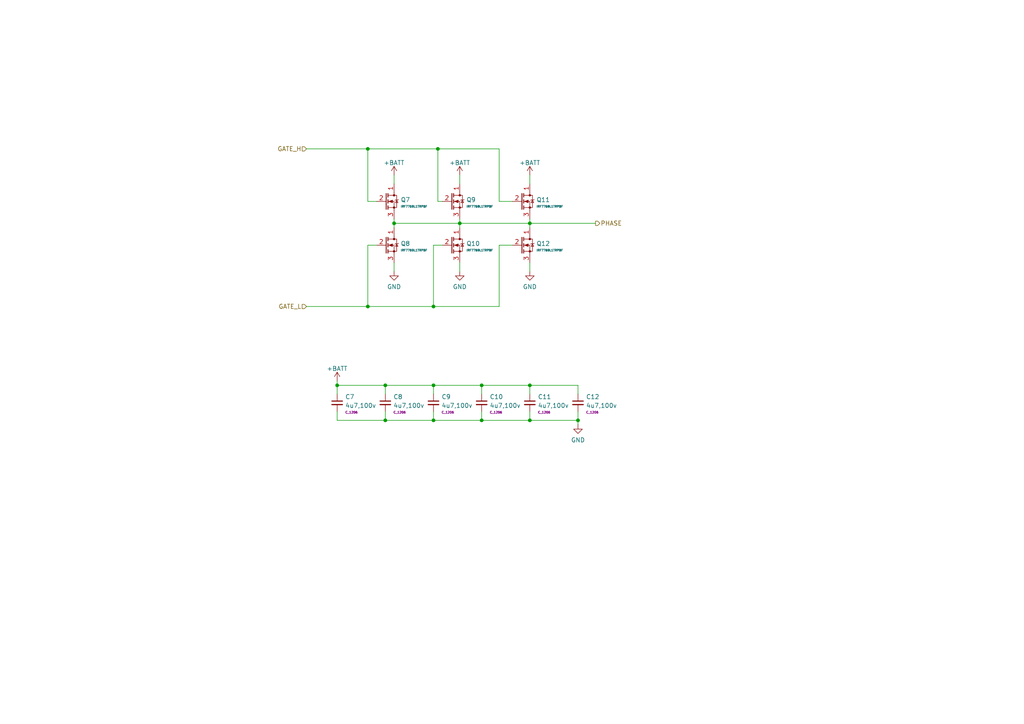
<source format=kicad_sch>
(kicad_sch (version 20211123) (generator eeschema)

  (uuid ec8d5ea5-8682-42d2-83af-16315d9f4ec8)

  (paper "A4")

  (lib_symbols
    (symbol "C_Capacitor:C_1206" (pin_numbers hide) (pin_names (offset 1.016)) (in_bom yes) (on_board yes)
      (property "Reference" "C" (id 0) (at 3.175 1.905 0)
        (effects (font (size 1.27 1.27)))
      )
      (property "Value" "C_1206" (id 1) (at 5.715 0 0)
        (effects (font (size 1.27 1.27)))
      )
      (property "Footprint" "C_Capacitor:C_1206" (id 2) (at -3.175 0 90)
        (effects (font (size 1.27 1.27)) hide)
      )
      (property "Datasheet" "" (id 3) (at 2.54 2.54 0)
        (effects (font (size 1.27 1.27)) hide)
      )
      (property "Size" "C_1206" (id 4) (at 4.445 -1.905 0)
        (effects (font (size 0.635 0.635)))
      )
      (symbol "C_1206_1_1"
        (polyline
          (pts
            (xy -1.524 -0.508)
            (xy 1.524 -0.508)
          )
          (stroke (width 0.3302) (type default) (color 0 0 0 0))
          (fill (type none))
        )
        (polyline
          (pts
            (xy -1.524 0.508)
            (xy 1.524 0.508)
          )
          (stroke (width 0.3048) (type default) (color 0 0 0 0))
          (fill (type none))
        )
        (pin passive line (at 0 2.54 270) (length 2.032)
          (name "~" (effects (font (size 1.27 1.27))))
          (number "1" (effects (font (size 1.27 1.27))))
        )
        (pin passive line (at 0 -2.54 90) (length 2.032)
          (name "~" (effects (font (size 1.27 1.27))))
          (number "2" (effects (font (size 1.27 1.27))))
        )
      )
    )
    (symbol "Q_MOSFET:IRF7769L1TRPBF" (pin_names (offset 0) hide) (in_bom yes) (on_board yes)
      (property "Reference" "Q" (id 0) (at 2.54 1.27 0)
        (effects (font (size 1.27 1.27)) (justify left))
      )
      (property "Value" "IRF7769L1TRPBF" (id 1) (at 2.54 -0.635 0)
        (effects (font (size 0.6096 0.6096)) (justify left))
      )
      (property "Footprint" "Q_MOSFET:IR_DirectFET_L8" (id 2) (at 1.27 -15.24 0)
        (effects (font (size 1.27 1.27)) hide)
      )
      (property "Datasheet" "https://www.onsemi.com/pdf/datasheet/fdn335n-d.pdf" (id 3) (at -1.27 -12.7 0)
        (effects (font (size 1.27 1.27)) hide)
      )
      (property "ki_keywords" "MOSFET N-CH 100V 375A DirectFET" (id 4) (at 0 0 0)
        (effects (font (size 1.27 1.27)) hide)
      )
      (property "ki_description" "N-MOSFET transistor" (id 5) (at 0 0 0)
        (effects (font (size 1.27 1.27)) hide)
      )
      (symbol "IRF7769L1TRPBF_0_1"
        (circle (center 0 -1.778) (radius 0.254)
          (stroke (width 0) (type default) (color 0 0 0 0))
          (fill (type outline))
        )
        (polyline
          (pts
            (xy -2.286 -2.286)
            (xy -2.286 2.286)
          )
          (stroke (width 0.254) (type default) (color 0 0 0 0))
          (fill (type none))
        )
        (polyline
          (pts
            (xy -1.778 -1.27)
            (xy -1.778 -2.286)
          )
          (stroke (width 0.254) (type default) (color 0 0 0 0))
          (fill (type none))
        )
        (polyline
          (pts
            (xy -1.778 0.508)
            (xy -1.778 -0.508)
          )
          (stroke (width 0.254) (type default) (color 0 0 0 0))
          (fill (type none))
        )
        (polyline
          (pts
            (xy -1.778 2.286)
            (xy -1.778 1.27)
          )
          (stroke (width 0.254) (type default) (color 0 0 0 0))
          (fill (type none))
        )
        (polyline
          (pts
            (xy 0 2.54)
            (xy 0 1.778)
          )
          (stroke (width 0) (type default) (color 0 0 0 0))
          (fill (type none))
        )
        (polyline
          (pts
            (xy 0 -2.54)
            (xy 0 0)
            (xy -1.778 0)
          )
          (stroke (width 0) (type default) (color 0 0 0 0))
          (fill (type none))
        )
        (polyline
          (pts
            (xy -1.778 1.778)
            (xy 0.762 1.778)
            (xy 0.762 -1.778)
            (xy -1.778 -1.778)
          )
          (stroke (width 0) (type default) (color 0 0 0 0))
          (fill (type none))
        )
        (polyline
          (pts
            (xy -1.4732 0)
            (xy -0.4572 -0.381)
            (xy -0.4572 0.381)
            (xy -1.4732 0)
          )
          (stroke (width 0) (type default) (color 0 0 0 0))
          (fill (type outline))
        )
        (polyline
          (pts
            (xy 0.254 0.3048)
            (xy 0.381 0.4318)
            (xy 1.143 0.4318)
            (xy 1.27 0.5588)
          )
          (stroke (width 0) (type default) (color 0 0 0 0))
          (fill (type none))
        )
        (polyline
          (pts
            (xy 0.762 0.3048)
            (xy 1.143 -0.3302)
            (xy 0.381 -0.3302)
            (xy 0.762 0.3048)
          )
          (stroke (width 0) (type default) (color 0 0 0 0))
          (fill (type none))
        )
        (circle (center 0 1.778) (radius 0.254)
          (stroke (width 0) (type default) (color 0 0 0 0))
          (fill (type outline))
        )
      )
      (symbol "IRF7769L1TRPBF_1_1"
        (pin passive line (at 0 5.08 270) (length 2.54)
          (name "D" (effects (font (size 1.27 1.27))))
          (number "1" (effects (font (size 1.27 1.27))))
        )
        (pin input line (at -5.08 0 0) (length 2.6924)
          (name "G" (effects (font (size 1.27 1.27))))
          (number "2" (effects (font (size 1.27 1.27))))
        )
        (pin passive line (at 0 -5.08 90) (length 2.54)
          (name "S" (effects (font (size 1.27 1.27))))
          (number "3" (effects (font (size 1.27 1.27))))
        )
      )
    )
    (symbol "power:+BATT" (power) (pin_names (offset 0)) (in_bom yes) (on_board yes)
      (property "Reference" "#PWR" (id 0) (at 0 -3.81 0)
        (effects (font (size 1.27 1.27)) hide)
      )
      (property "Value" "+BATT" (id 1) (at 0 3.556 0)
        (effects (font (size 1.27 1.27)))
      )
      (property "Footprint" "" (id 2) (at 0 0 0)
        (effects (font (size 1.27 1.27)) hide)
      )
      (property "Datasheet" "" (id 3) (at 0 0 0)
        (effects (font (size 1.27 1.27)) hide)
      )
      (property "ki_keywords" "power-flag battery" (id 4) (at 0 0 0)
        (effects (font (size 1.27 1.27)) hide)
      )
      (property "ki_description" "Power symbol creates a global label with name \"+BATT\"" (id 5) (at 0 0 0)
        (effects (font (size 1.27 1.27)) hide)
      )
      (symbol "+BATT_0_1"
        (polyline
          (pts
            (xy -0.762 1.27)
            (xy 0 2.54)
          )
          (stroke (width 0) (type default) (color 0 0 0 0))
          (fill (type none))
        )
        (polyline
          (pts
            (xy 0 0)
            (xy 0 2.54)
          )
          (stroke (width 0) (type default) (color 0 0 0 0))
          (fill (type none))
        )
        (polyline
          (pts
            (xy 0 2.54)
            (xy 0.762 1.27)
          )
          (stroke (width 0) (type default) (color 0 0 0 0))
          (fill (type none))
        )
      )
      (symbol "+BATT_1_1"
        (pin power_in line (at 0 0 90) (length 0) hide
          (name "+BATT" (effects (font (size 1.27 1.27))))
          (number "1" (effects (font (size 1.27 1.27))))
        )
      )
    )
    (symbol "power:GND" (power) (pin_names (offset 0)) (in_bom yes) (on_board yes)
      (property "Reference" "#PWR" (id 0) (at 0 -6.35 0)
        (effects (font (size 1.27 1.27)) hide)
      )
      (property "Value" "GND" (id 1) (at 0 -3.81 0)
        (effects (font (size 1.27 1.27)))
      )
      (property "Footprint" "" (id 2) (at 0 0 0)
        (effects (font (size 1.27 1.27)) hide)
      )
      (property "Datasheet" "" (id 3) (at 0 0 0)
        (effects (font (size 1.27 1.27)) hide)
      )
      (property "ki_keywords" "power-flag" (id 4) (at 0 0 0)
        (effects (font (size 1.27 1.27)) hide)
      )
      (property "ki_description" "Power symbol creates a global label with name \"GND\" , ground" (id 5) (at 0 0 0)
        (effects (font (size 1.27 1.27)) hide)
      )
      (symbol "GND_0_1"
        (polyline
          (pts
            (xy 0 0)
            (xy 0 -1.27)
            (xy 1.27 -1.27)
            (xy 0 -2.54)
            (xy -1.27 -1.27)
            (xy 0 -1.27)
          )
          (stroke (width 0) (type default) (color 0 0 0 0))
          (fill (type none))
        )
      )
      (symbol "GND_1_1"
        (pin power_in line (at 0 0 270) (length 0) hide
          (name "GND" (effects (font (size 1.27 1.27))))
          (number "1" (effects (font (size 1.27 1.27))))
        )
      )
    )
  )

  (junction (at 106.68 43.18) (diameter 0) (color 0 0 0 0)
    (uuid 23eebe67-a836-4b27-8b5a-7c6db7175d1f)
  )
  (junction (at 114.3 64.77) (diameter 0) (color 0 0 0 0)
    (uuid 3c6763b3-fc99-4984-bf76-98828d25cc88)
  )
  (junction (at 111.76 111.76) (diameter 0) (color 0 0 0 0)
    (uuid 40cadfc6-cb75-426b-b5b9-a44fb22adaac)
  )
  (junction (at 167.64 121.92) (diameter 0) (color 0 0 0 0)
    (uuid 431066ba-7a54-4452-b98a-dba524093c23)
  )
  (junction (at 106.68 88.9) (diameter 0) (color 0 0 0 0)
    (uuid 4342f9ad-e483-4f54-8971-33adc11c4d1d)
  )
  (junction (at 133.35 64.77) (diameter 0) (color 0 0 0 0)
    (uuid 5768c932-3821-4bf6-915f-c545cb740723)
  )
  (junction (at 125.73 88.9) (diameter 0) (color 0 0 0 0)
    (uuid 5f46a642-2b6c-423a-9efb-48a727a9e78d)
  )
  (junction (at 153.67 121.92) (diameter 0) (color 0 0 0 0)
    (uuid 6d1b6090-0ef7-48f5-a33a-bcde37f4fafb)
  )
  (junction (at 125.73 111.76) (diameter 0) (color 0 0 0 0)
    (uuid 7cdf50ec-085e-4560-9472-90ddf784e46c)
  )
  (junction (at 97.79 111.76) (diameter 0) (color 0 0 0 0)
    (uuid 8ff10e93-e7ab-49a6-aec1-64ecee65a68b)
  )
  (junction (at 153.67 111.76) (diameter 0) (color 0 0 0 0)
    (uuid a8c1f7ce-a445-47a3-8dca-f2f6a5d1c0f5)
  )
  (junction (at 125.73 121.92) (diameter 0) (color 0 0 0 0)
    (uuid acf0078f-10de-49e0-89c3-8f80fc448755)
  )
  (junction (at 127 43.18) (diameter 0) (color 0 0 0 0)
    (uuid b7ff6a32-d472-4ca7-81de-7175eb9c95f2)
  )
  (junction (at 111.76 121.92) (diameter 0) (color 0 0 0 0)
    (uuid dffb1360-e87b-4d03-93cf-7e329b07528c)
  )
  (junction (at 139.7 111.76) (diameter 0) (color 0 0 0 0)
    (uuid e6fc5181-8aa8-40bc-9b3d-dceaaabf195d)
  )
  (junction (at 153.67 64.77) (diameter 0) (color 0 0 0 0)
    (uuid ecf828eb-5ab6-4efe-946e-9f596028d6df)
  )
  (junction (at 139.7 121.92) (diameter 0) (color 0 0 0 0)
    (uuid f83e0ed1-16b7-4e54-b09c-ce44a99fd620)
  )

  (wire (pts (xy 128.27 71.12) (xy 125.73 71.12))
    (stroke (width 0) (type default) (color 0 0 0 0))
    (uuid 01b499c9-8996-4b2f-9d95-fc251ae43358)
  )
  (wire (pts (xy 153.67 76.2) (xy 153.67 78.74))
    (stroke (width 0) (type default) (color 0 0 0 0))
    (uuid 026acb41-a428-4eea-8965-8bed7ae20bfb)
  )
  (wire (pts (xy 114.3 50.8) (xy 114.3 53.34))
    (stroke (width 0) (type default) (color 0 0 0 0))
    (uuid 06ca456c-29ba-492a-83a9-eec021f2733e)
  )
  (wire (pts (xy 133.35 64.77) (xy 153.67 64.77))
    (stroke (width 0) (type default) (color 0 0 0 0))
    (uuid 0756d933-baff-42f1-843a-7f7c5c1c84df)
  )
  (wire (pts (xy 114.3 63.5) (xy 114.3 64.77))
    (stroke (width 0) (type default) (color 0 0 0 0))
    (uuid 0dbfbe8f-6123-4678-9eaf-c8a1e6870ed3)
  )
  (wire (pts (xy 97.79 111.76) (xy 97.79 114.3))
    (stroke (width 0) (type default) (color 0 0 0 0))
    (uuid 0f2b29e8-e2e2-414c-b765-1bb1a558295d)
  )
  (wire (pts (xy 139.7 121.92) (xy 153.67 121.92))
    (stroke (width 0) (type default) (color 0 0 0 0))
    (uuid 0f6e96d2-4c3e-4bf4-b6bf-a6cf796f00d7)
  )
  (wire (pts (xy 153.67 63.5) (xy 153.67 64.77))
    (stroke (width 0) (type default) (color 0 0 0 0))
    (uuid 1af55f71-a551-4c60-a365-5b7b53b495d5)
  )
  (wire (pts (xy 106.68 71.12) (xy 106.68 88.9))
    (stroke (width 0) (type default) (color 0 0 0 0))
    (uuid 1c6f1881-9bcf-4989-94ca-34b36cf9883a)
  )
  (wire (pts (xy 97.79 121.92) (xy 111.76 121.92))
    (stroke (width 0) (type default) (color 0 0 0 0))
    (uuid 1f1df862-0b71-4a23-86cb-36b5e950593f)
  )
  (wire (pts (xy 125.73 119.38) (xy 125.73 121.92))
    (stroke (width 0) (type default) (color 0 0 0 0))
    (uuid 20f20bce-dcb4-4a37-ab96-9e2df101456c)
  )
  (wire (pts (xy 139.7 111.76) (xy 139.7 114.3))
    (stroke (width 0) (type default) (color 0 0 0 0))
    (uuid 23cb1b43-062b-4ba2-944e-79c3a43f0b0f)
  )
  (wire (pts (xy 144.78 71.12) (xy 144.78 88.9))
    (stroke (width 0) (type default) (color 0 0 0 0))
    (uuid 26860a9b-776a-4aa5-8142-2bb8d97a1443)
  )
  (wire (pts (xy 125.73 111.76) (xy 125.73 114.3))
    (stroke (width 0) (type default) (color 0 0 0 0))
    (uuid 315b95af-3ad0-45c5-9d1f-a06dcc51fac7)
  )
  (wire (pts (xy 133.35 64.77) (xy 133.35 66.04))
    (stroke (width 0) (type default) (color 0 0 0 0))
    (uuid 3dd39b61-fe40-44ff-ba62-91e0cf367580)
  )
  (wire (pts (xy 125.73 111.76) (xy 139.7 111.76))
    (stroke (width 0) (type default) (color 0 0 0 0))
    (uuid 43d25d8d-9751-401d-8d85-0386e8856f64)
  )
  (wire (pts (xy 114.3 64.77) (xy 133.35 64.77))
    (stroke (width 0) (type default) (color 0 0 0 0))
    (uuid 4fdcd552-0492-4ea4-88fb-a416bb0006fc)
  )
  (wire (pts (xy 167.64 119.38) (xy 167.64 121.92))
    (stroke (width 0) (type default) (color 0 0 0 0))
    (uuid 53c42a31-eae0-435e-ba63-09acb41d5248)
  )
  (wire (pts (xy 127 43.18) (xy 144.78 43.18))
    (stroke (width 0) (type default) (color 0 0 0 0))
    (uuid 5488f6aa-187e-42ef-9bd4-e6a3eb98ab7f)
  )
  (wire (pts (xy 106.68 88.9) (xy 125.73 88.9))
    (stroke (width 0) (type default) (color 0 0 0 0))
    (uuid 5f460254-33bc-4a40-b99c-17ccbf2a6f2e)
  )
  (wire (pts (xy 109.22 71.12) (xy 106.68 71.12))
    (stroke (width 0) (type default) (color 0 0 0 0))
    (uuid 642a4c94-c071-4912-847c-0800b315385b)
  )
  (wire (pts (xy 106.68 43.18) (xy 127 43.18))
    (stroke (width 0) (type default) (color 0 0 0 0))
    (uuid 6716b8aa-acbb-4cac-bf36-33a891e223ae)
  )
  (wire (pts (xy 114.3 64.77) (xy 114.3 66.04))
    (stroke (width 0) (type default) (color 0 0 0 0))
    (uuid 6eaf5c57-a80a-4afe-a688-b6b18db0a15a)
  )
  (wire (pts (xy 111.76 119.38) (xy 111.76 121.92))
    (stroke (width 0) (type default) (color 0 0 0 0))
    (uuid 705cf43f-d7ee-4af4-bf36-66879e5f4c91)
  )
  (wire (pts (xy 167.64 114.3) (xy 167.64 111.76))
    (stroke (width 0) (type default) (color 0 0 0 0))
    (uuid 70ba84b1-da0d-4170-961b-1911ab91340c)
  )
  (wire (pts (xy 148.59 58.42) (xy 144.78 58.42))
    (stroke (width 0) (type default) (color 0 0 0 0))
    (uuid 7787a9d8-606f-4232-9ec9-ddc48b304da7)
  )
  (wire (pts (xy 114.3 76.2) (xy 114.3 78.74))
    (stroke (width 0) (type default) (color 0 0 0 0))
    (uuid 7b3125f6-9ec3-45b0-bf96-a0d6f52b7ce4)
  )
  (wire (pts (xy 111.76 111.76) (xy 125.73 111.76))
    (stroke (width 0) (type default) (color 0 0 0 0))
    (uuid 7dac17fb-7a34-49bf-b9db-31ca45e173b5)
  )
  (wire (pts (xy 109.22 58.42) (xy 106.68 58.42))
    (stroke (width 0) (type default) (color 0 0 0 0))
    (uuid 7f6e2425-9893-4cd0-ab58-659e3512df11)
  )
  (wire (pts (xy 153.67 64.77) (xy 153.67 66.04))
    (stroke (width 0) (type default) (color 0 0 0 0))
    (uuid 85596124-b456-4767-8fc7-6dc71ae19b7f)
  )
  (wire (pts (xy 153.67 119.38) (xy 153.67 121.92))
    (stroke (width 0) (type default) (color 0 0 0 0))
    (uuid 85b4d1ec-ecb2-4be5-b1d4-efa05f196bd9)
  )
  (wire (pts (xy 106.68 43.18) (xy 106.68 58.42))
    (stroke (width 0) (type default) (color 0 0 0 0))
    (uuid 892a813e-07e1-406e-a434-b58e9b36a504)
  )
  (wire (pts (xy 153.67 121.92) (xy 167.64 121.92))
    (stroke (width 0) (type default) (color 0 0 0 0))
    (uuid 8f038542-9460-4b50-8498-edf9a895f207)
  )
  (wire (pts (xy 139.7 111.76) (xy 153.67 111.76))
    (stroke (width 0) (type default) (color 0 0 0 0))
    (uuid 913f9a0a-d032-4cf4-8af5-a2e3dc795a22)
  )
  (wire (pts (xy 153.67 64.77) (xy 172.72 64.77))
    (stroke (width 0) (type default) (color 0 0 0 0))
    (uuid 94ea8d19-de9d-4b81-a91e-d9d983208cfc)
  )
  (wire (pts (xy 125.73 71.12) (xy 125.73 88.9))
    (stroke (width 0) (type default) (color 0 0 0 0))
    (uuid 99a9cc64-d128-4181-8723-d995f8e332dc)
  )
  (wire (pts (xy 167.64 121.92) (xy 167.64 123.19))
    (stroke (width 0) (type default) (color 0 0 0 0))
    (uuid 99c488b4-2e6f-4763-9b2d-c3cb741dc16a)
  )
  (wire (pts (xy 128.27 58.42) (xy 127 58.42))
    (stroke (width 0) (type default) (color 0 0 0 0))
    (uuid a2263151-4cbc-4327-a15e-779618fc10a2)
  )
  (wire (pts (xy 133.35 50.8) (xy 133.35 53.34))
    (stroke (width 0) (type default) (color 0 0 0 0))
    (uuid a44ef003-1217-4b90-adfe-da2f5a5b3f0d)
  )
  (wire (pts (xy 127 43.18) (xy 127 58.42))
    (stroke (width 0) (type default) (color 0 0 0 0))
    (uuid ae171014-8a61-44cb-948e-a74a269a8aaf)
  )
  (wire (pts (xy 133.35 76.2) (xy 133.35 78.74))
    (stroke (width 0) (type default) (color 0 0 0 0))
    (uuid b2d857f8-238b-40d0-bf99-2c34409b21bd)
  )
  (wire (pts (xy 111.76 121.92) (xy 125.73 121.92))
    (stroke (width 0) (type default) (color 0 0 0 0))
    (uuid b593414d-f3bf-4d37-84cf-dd7763c0e286)
  )
  (wire (pts (xy 153.67 50.8) (xy 153.67 53.34))
    (stroke (width 0) (type default) (color 0 0 0 0))
    (uuid ba6f175d-239a-4f84-9978-602d24c7a104)
  )
  (wire (pts (xy 125.73 88.9) (xy 144.78 88.9))
    (stroke (width 0) (type default) (color 0 0 0 0))
    (uuid bfb7ca9f-a75d-4e11-aecb-0eed5c158ac3)
  )
  (wire (pts (xy 88.9 43.18) (xy 106.68 43.18))
    (stroke (width 0) (type default) (color 0 0 0 0))
    (uuid c2cb0082-dcca-4a8e-9d65-eee919c6b60d)
  )
  (wire (pts (xy 148.59 71.12) (xy 144.78 71.12))
    (stroke (width 0) (type default) (color 0 0 0 0))
    (uuid c58faae7-5f9d-46dc-98e2-3ef3acd3a820)
  )
  (wire (pts (xy 88.9 88.9) (xy 106.68 88.9))
    (stroke (width 0) (type default) (color 0 0 0 0))
    (uuid c7102692-305b-43d0-9d55-261d16f30e2b)
  )
  (wire (pts (xy 144.78 43.18) (xy 144.78 58.42))
    (stroke (width 0) (type default) (color 0 0 0 0))
    (uuid cead3a40-623e-4166-84e5-abb889da5473)
  )
  (wire (pts (xy 97.79 110.49) (xy 97.79 111.76))
    (stroke (width 0) (type default) (color 0 0 0 0))
    (uuid d0a9710a-0659-4ce8-8746-99a347bef9e5)
  )
  (wire (pts (xy 153.67 111.76) (xy 167.64 111.76))
    (stroke (width 0) (type default) (color 0 0 0 0))
    (uuid d331878a-ef07-4fc0-ba4a-d125b816f69b)
  )
  (wire (pts (xy 111.76 111.76) (xy 111.76 114.3))
    (stroke (width 0) (type default) (color 0 0 0 0))
    (uuid d50a3d45-c76b-46c9-86a9-7ee2bc8430c2)
  )
  (wire (pts (xy 133.35 63.5) (xy 133.35 64.77))
    (stroke (width 0) (type default) (color 0 0 0 0))
    (uuid daae7faa-448f-4947-be03-50441d63c3db)
  )
  (wire (pts (xy 97.79 111.76) (xy 111.76 111.76))
    (stroke (width 0) (type default) (color 0 0 0 0))
    (uuid e1a3cf9b-7909-41f1-b893-0b4ae93f47a6)
  )
  (wire (pts (xy 125.73 121.92) (xy 139.7 121.92))
    (stroke (width 0) (type default) (color 0 0 0 0))
    (uuid e802c455-0e38-494f-9ec7-5bcbcaa64ba2)
  )
  (wire (pts (xy 97.79 119.38) (xy 97.79 121.92))
    (stroke (width 0) (type default) (color 0 0 0 0))
    (uuid f36c5f97-ff07-4117-ac11-b72ee900a2d5)
  )
  (wire (pts (xy 139.7 119.38) (xy 139.7 121.92))
    (stroke (width 0) (type default) (color 0 0 0 0))
    (uuid f65f1cc9-42ea-4dc4-802c-3641b0250367)
  )
  (wire (pts (xy 153.67 111.76) (xy 153.67 114.3))
    (stroke (width 0) (type default) (color 0 0 0 0))
    (uuid f709f8e5-aa35-40cb-85ed-808bcef440a6)
  )

  (hierarchical_label "PHASE" (shape output) (at 172.72 64.77 0)
    (effects (font (size 1.27 1.27)) (justify left))
    (uuid 36c81426-356c-4f28-a67a-8e40877abd1d)
  )
  (hierarchical_label "GATE_H" (shape input) (at 88.9 43.18 180)
    (effects (font (size 1.27 1.27)) (justify right))
    (uuid 8dfca4aa-7a1b-44f7-9a47-9e1e7c7c1b99)
  )
  (hierarchical_label "GATE_L" (shape input) (at 88.9 88.9 180)
    (effects (font (size 1.27 1.27)) (justify right))
    (uuid f28cdccb-413d-4ff1-ba76-6efddb15b8b8)
  )

  (symbol (lib_id "Q_MOSFET:IRF7769L1TRPBF") (at 153.67 58.42 0) (unit 1)
    (in_bom yes) (on_board yes) (fields_autoplaced)
    (uuid 02d81864-0ecf-42b0-825e-dc571482311a)
    (property "Reference" "Q11" (id 0) (at 155.575 57.9533 0)
      (effects (font (size 1.27 1.27)) (justify left))
    )
    (property "Value" "IRF7769L1TRPBF" (id 1) (at 155.575 59.8967 0)
      (effects (font (size 0.6096 0.6096)) (justify left))
    )
    (property "Footprint" "Q_MOSFET:IR_DirectFET_L8" (id 2) (at 154.94 73.66 0)
      (effects (font (size 1.27 1.27)) hide)
    )
    (property "Datasheet" "https://www.onsemi.com/pdf/datasheet/fdn335n-d.pdf" (id 3) (at 152.4 71.12 0)
      (effects (font (size 1.27 1.27)) hide)
    )
    (pin "1" (uuid 2058ed8b-4ad1-4abb-b942-7193130e4b07))
    (pin "2" (uuid 8a6d0193-7875-4fda-8125-09ffa5c1ade9))
    (pin "3" (uuid e5afac08-0538-4e57-a2ba-9fd7bfb7bfab))
  )

  (symbol (lib_id "C_Capacitor:C_1206") (at 111.76 116.84 0) (unit 1)
    (in_bom yes) (on_board yes) (fields_autoplaced)
    (uuid 04318117-410c-4c28-bac2-488a5a5794a9)
    (property "Reference" "C8" (id 0) (at 114.0841 115.097 0)
      (effects (font (size 1.27 1.27)) (justify left))
    )
    (property "Value" "4u7,100v" (id 1) (at 114.0841 117.6339 0)
      (effects (font (size 1.27 1.27)) (justify left))
    )
    (property "Footprint" "C_Capacitor:C_1206" (id 2) (at 108.585 116.84 90)
      (effects (font (size 1.27 1.27)) hide)
    )
    (property "Datasheet" "" (id 3) (at 114.3 114.3 0)
      (effects (font (size 1.27 1.27)) hide)
    )
    (property "Size" "C_1206" (id 4) (at 114.0841 119.6002 0)
      (effects (font (size 0.635 0.635)) (justify left))
    )
    (pin "1" (uuid e001d7e8-d3dd-4d93-97f8-5e199559556e))
    (pin "2" (uuid 6e44343b-4911-43c0-8a3d-cc8bdc20cefb))
  )

  (symbol (lib_id "C_Capacitor:C_1206") (at 167.64 116.84 0) (unit 1)
    (in_bom yes) (on_board yes) (fields_autoplaced)
    (uuid 0940d0bf-f005-4bd6-9a0e-5a1da6881bcc)
    (property "Reference" "C12" (id 0) (at 169.9641 115.097 0)
      (effects (font (size 1.27 1.27)) (justify left))
    )
    (property "Value" "4u7,100v" (id 1) (at 169.9641 117.6339 0)
      (effects (font (size 1.27 1.27)) (justify left))
    )
    (property "Footprint" "C_Capacitor:C_1206" (id 2) (at 164.465 116.84 90)
      (effects (font (size 1.27 1.27)) hide)
    )
    (property "Datasheet" "" (id 3) (at 170.18 114.3 0)
      (effects (font (size 1.27 1.27)) hide)
    )
    (property "Size" "C_1206" (id 4) (at 169.9641 119.6002 0)
      (effects (font (size 0.635 0.635)) (justify left))
    )
    (pin "1" (uuid 43ed0098-fe3c-4535-a53f-32bc3c0f79ce))
    (pin "2" (uuid 24eee056-548c-47ee-9957-8f936042e3e1))
  )

  (symbol (lib_id "C_Capacitor:C_1206") (at 153.67 116.84 0) (unit 1)
    (in_bom yes) (on_board yes) (fields_autoplaced)
    (uuid 1a3aa072-97fc-4f5f-b2f4-a579e5b1a7ce)
    (property "Reference" "C11" (id 0) (at 155.9941 115.097 0)
      (effects (font (size 1.27 1.27)) (justify left))
    )
    (property "Value" "4u7,100v" (id 1) (at 155.9941 117.6339 0)
      (effects (font (size 1.27 1.27)) (justify left))
    )
    (property "Footprint" "C_Capacitor:C_1206" (id 2) (at 150.495 116.84 90)
      (effects (font (size 1.27 1.27)) hide)
    )
    (property "Datasheet" "" (id 3) (at 156.21 114.3 0)
      (effects (font (size 1.27 1.27)) hide)
    )
    (property "Size" "C_1206" (id 4) (at 155.9941 119.6002 0)
      (effects (font (size 0.635 0.635)) (justify left))
    )
    (pin "1" (uuid a1f7457b-33e2-40d1-85a0-b44960ce9884))
    (pin "2" (uuid 4b55a0eb-a51a-4284-a9b4-a8c5b93eda35))
  )

  (symbol (lib_id "Q_MOSFET:IRF7769L1TRPBF") (at 133.35 71.12 0) (unit 1)
    (in_bom yes) (on_board yes) (fields_autoplaced)
    (uuid 28f98eb0-9ddc-4793-aaca-bf9bf7a7f28a)
    (property "Reference" "Q10" (id 0) (at 135.255 70.6533 0)
      (effects (font (size 1.27 1.27)) (justify left))
    )
    (property "Value" "IRF7769L1TRPBF" (id 1) (at 135.255 72.5967 0)
      (effects (font (size 0.6096 0.6096)) (justify left))
    )
    (property "Footprint" "Q_MOSFET:IR_DirectFET_L8" (id 2) (at 134.62 86.36 0)
      (effects (font (size 1.27 1.27)) hide)
    )
    (property "Datasheet" "https://www.onsemi.com/pdf/datasheet/fdn335n-d.pdf" (id 3) (at 132.08 83.82 0)
      (effects (font (size 1.27 1.27)) hide)
    )
    (pin "1" (uuid 9c8a2230-153f-4b8f-b3fd-d4bf5b7bef0f))
    (pin "2" (uuid 9fede111-ff27-4ae0-ac4b-051d991cd6e1))
    (pin "3" (uuid f8269c79-e69a-4bbe-b21d-81dfa527f6d6))
  )

  (symbol (lib_id "power:GND") (at 167.64 123.19 0) (unit 1)
    (in_bom yes) (on_board yes) (fields_autoplaced)
    (uuid 377e2128-00fe-4d99-a7a3-d2db17d9c797)
    (property "Reference" "#PWR027" (id 0) (at 167.64 129.54 0)
      (effects (font (size 1.27 1.27)) hide)
    )
    (property "Value" "GND" (id 1) (at 167.64 127.6334 0))
    (property "Footprint" "" (id 2) (at 167.64 123.19 0)
      (effects (font (size 1.27 1.27)) hide)
    )
    (property "Datasheet" "" (id 3) (at 167.64 123.19 0)
      (effects (font (size 1.27 1.27)) hide)
    )
    (pin "1" (uuid 8e4fad8b-1819-45bc-9fd1-59a16a28cbe8))
  )

  (symbol (lib_id "Q_MOSFET:IRF7769L1TRPBF") (at 114.3 58.42 0) (unit 1)
    (in_bom yes) (on_board yes) (fields_autoplaced)
    (uuid 49f7de4b-9c2c-456c-b3f9-748cf3ce6f34)
    (property "Reference" "Q7" (id 0) (at 116.205 57.9533 0)
      (effects (font (size 1.27 1.27)) (justify left))
    )
    (property "Value" "IRF7769L1TRPBF" (id 1) (at 116.205 59.8967 0)
      (effects (font (size 0.6096 0.6096)) (justify left))
    )
    (property "Footprint" "Q_MOSFET:IR_DirectFET_L8" (id 2) (at 115.57 73.66 0)
      (effects (font (size 1.27 1.27)) hide)
    )
    (property "Datasheet" "https://www.onsemi.com/pdf/datasheet/fdn335n-d.pdf" (id 3) (at 113.03 71.12 0)
      (effects (font (size 1.27 1.27)) hide)
    )
    (pin "1" (uuid 19e491ac-409d-4256-a325-879c5726a923))
    (pin "2" (uuid f5526e79-eea4-4471-8652-ed115a1263ea))
    (pin "3" (uuid 5bdb3f31-cdb1-4c4c-8305-b59d35700dbe))
  )

  (symbol (lib_id "power:GND") (at 153.67 78.74 0) (unit 1)
    (in_bom yes) (on_board yes) (fields_autoplaced)
    (uuid 5d8c88c3-5399-4822-bce3-e429a0d26ea2)
    (property "Reference" "#PWR017" (id 0) (at 153.67 85.09 0)
      (effects (font (size 1.27 1.27)) hide)
    )
    (property "Value" "GND" (id 1) (at 153.67 83.1834 0))
    (property "Footprint" "" (id 2) (at 153.67 78.74 0)
      (effects (font (size 1.27 1.27)) hide)
    )
    (property "Datasheet" "" (id 3) (at 153.67 78.74 0)
      (effects (font (size 1.27 1.27)) hide)
    )
    (pin "1" (uuid 5fbe74aa-f4aa-4959-a452-ca95616a5104))
  )

  (symbol (lib_id "power:+BATT") (at 153.67 50.8 0) (unit 1)
    (in_bom yes) (on_board yes) (fields_autoplaced)
    (uuid 7d88766e-37ff-4f72-8a83-2e9dfd2562f5)
    (property "Reference" "#PWR016" (id 0) (at 153.67 54.61 0)
      (effects (font (size 1.27 1.27)) hide)
    )
    (property "Value" "+BATT" (id 1) (at 153.67 47.2242 0))
    (property "Footprint" "" (id 2) (at 153.67 50.8 0)
      (effects (font (size 1.27 1.27)) hide)
    )
    (property "Datasheet" "" (id 3) (at 153.67 50.8 0)
      (effects (font (size 1.27 1.27)) hide)
    )
    (pin "1" (uuid 61416f6c-4927-4c96-b8ea-37657d4d994a))
  )

  (symbol (lib_id "Q_MOSFET:IRF7769L1TRPBF") (at 133.35 58.42 0) (unit 1)
    (in_bom yes) (on_board yes) (fields_autoplaced)
    (uuid 8df62ca4-d03d-4d4e-ad86-762a4b67ae33)
    (property "Reference" "Q9" (id 0) (at 135.255 57.9533 0)
      (effects (font (size 1.27 1.27)) (justify left))
    )
    (property "Value" "IRF7769L1TRPBF" (id 1) (at 135.255 59.8967 0)
      (effects (font (size 0.6096 0.6096)) (justify left))
    )
    (property "Footprint" "Q_MOSFET:IR_DirectFET_L8" (id 2) (at 134.62 73.66 0)
      (effects (font (size 1.27 1.27)) hide)
    )
    (property "Datasheet" "https://www.onsemi.com/pdf/datasheet/fdn335n-d.pdf" (id 3) (at 132.08 71.12 0)
      (effects (font (size 1.27 1.27)) hide)
    )
    (pin "1" (uuid 6242f368-c569-4d28-86df-46661233077e))
    (pin "2" (uuid c441c442-f1ce-482d-81e5-20dfe4e4bed4))
    (pin "3" (uuid 3ba61eeb-2d8b-461b-a06f-5cd0ef2f8d2b))
  )

  (symbol (lib_id "power:GND") (at 133.35 78.74 0) (unit 1)
    (in_bom yes) (on_board yes) (fields_autoplaced)
    (uuid a1f536ef-54d8-4f1c-98b6-0938eb13d5eb)
    (property "Reference" "#PWR015" (id 0) (at 133.35 85.09 0)
      (effects (font (size 1.27 1.27)) hide)
    )
    (property "Value" "GND" (id 1) (at 133.35 83.1834 0))
    (property "Footprint" "" (id 2) (at 133.35 78.74 0)
      (effects (font (size 1.27 1.27)) hide)
    )
    (property "Datasheet" "" (id 3) (at 133.35 78.74 0)
      (effects (font (size 1.27 1.27)) hide)
    )
    (pin "1" (uuid d445bba0-91c2-4b87-b5e6-b773fa9cd658))
  )

  (symbol (lib_id "C_Capacitor:C_1206") (at 125.73 116.84 0) (unit 1)
    (in_bom yes) (on_board yes) (fields_autoplaced)
    (uuid a2714f42-ed89-4721-bb74-fa82de1e209e)
    (property "Reference" "C9" (id 0) (at 128.0541 115.097 0)
      (effects (font (size 1.27 1.27)) (justify left))
    )
    (property "Value" "4u7,100v" (id 1) (at 128.0541 117.6339 0)
      (effects (font (size 1.27 1.27)) (justify left))
    )
    (property "Footprint" "C_Capacitor:C_1206" (id 2) (at 122.555 116.84 90)
      (effects (font (size 1.27 1.27)) hide)
    )
    (property "Datasheet" "" (id 3) (at 128.27 114.3 0)
      (effects (font (size 1.27 1.27)) hide)
    )
    (property "Size" "C_1206" (id 4) (at 128.0541 119.6002 0)
      (effects (font (size 0.635 0.635)) (justify left))
    )
    (pin "1" (uuid c75f5ebe-909b-41fc-bdac-6e5494ba5e91))
    (pin "2" (uuid 50c25d7c-42e6-46cb-9711-5f037b538e12))
  )

  (symbol (lib_id "C_Capacitor:C_1206") (at 139.7 116.84 0) (unit 1)
    (in_bom yes) (on_board yes) (fields_autoplaced)
    (uuid b4271db8-d2ec-4433-b47e-1cf7b0209bee)
    (property "Reference" "C10" (id 0) (at 142.0241 115.097 0)
      (effects (font (size 1.27 1.27)) (justify left))
    )
    (property "Value" "4u7,100v" (id 1) (at 142.0241 117.6339 0)
      (effects (font (size 1.27 1.27)) (justify left))
    )
    (property "Footprint" "C_Capacitor:C_1206" (id 2) (at 136.525 116.84 90)
      (effects (font (size 1.27 1.27)) hide)
    )
    (property "Datasheet" "" (id 3) (at 142.24 114.3 0)
      (effects (font (size 1.27 1.27)) hide)
    )
    (property "Size" "C_1206" (id 4) (at 142.0241 119.6002 0)
      (effects (font (size 0.635 0.635)) (justify left))
    )
    (pin "1" (uuid ff8ed641-4e39-46c7-a5d2-32092fa4b807))
    (pin "2" (uuid 2a5345bc-487c-4602-9431-845822cd794c))
  )

  (symbol (lib_id "power:+BATT") (at 133.35 50.8 0) (unit 1)
    (in_bom yes) (on_board yes) (fields_autoplaced)
    (uuid b4cdd701-3c0c-4f63-bda0-e069d49f1307)
    (property "Reference" "#PWR014" (id 0) (at 133.35 54.61 0)
      (effects (font (size 1.27 1.27)) hide)
    )
    (property "Value" "+BATT" (id 1) (at 133.35 47.2242 0))
    (property "Footprint" "" (id 2) (at 133.35 50.8 0)
      (effects (font (size 1.27 1.27)) hide)
    )
    (property "Datasheet" "" (id 3) (at 133.35 50.8 0)
      (effects (font (size 1.27 1.27)) hide)
    )
    (pin "1" (uuid aaa7b3ab-cd4b-4688-a40a-044988ed50d3))
  )

  (symbol (lib_id "power:+BATT") (at 97.79 110.49 0) (unit 1)
    (in_bom yes) (on_board yes) (fields_autoplaced)
    (uuid b97e19b1-4b64-432a-8617-ec2b245d18ce)
    (property "Reference" "#PWR026" (id 0) (at 97.79 114.3 0)
      (effects (font (size 1.27 1.27)) hide)
    )
    (property "Value" "+BATT" (id 1) (at 97.79 106.9142 0))
    (property "Footprint" "" (id 2) (at 97.79 110.49 0)
      (effects (font (size 1.27 1.27)) hide)
    )
    (property "Datasheet" "" (id 3) (at 97.79 110.49 0)
      (effects (font (size 1.27 1.27)) hide)
    )
    (pin "1" (uuid 54827728-d411-4a8f-80d5-5b8a79ba245c))
  )

  (symbol (lib_id "power:GND") (at 114.3 78.74 0) (unit 1)
    (in_bom yes) (on_board yes) (fields_autoplaced)
    (uuid c23541b4-171d-4f1d-b036-40dea75f8691)
    (property "Reference" "#PWR013" (id 0) (at 114.3 85.09 0)
      (effects (font (size 1.27 1.27)) hide)
    )
    (property "Value" "GND" (id 1) (at 114.3 83.1834 0))
    (property "Footprint" "" (id 2) (at 114.3 78.74 0)
      (effects (font (size 1.27 1.27)) hide)
    )
    (property "Datasheet" "" (id 3) (at 114.3 78.74 0)
      (effects (font (size 1.27 1.27)) hide)
    )
    (pin "1" (uuid 0bbe7a88-6911-4acb-82e1-9ddff9f76fe1))
  )

  (symbol (lib_id "Q_MOSFET:IRF7769L1TRPBF") (at 114.3 71.12 0) (unit 1)
    (in_bom yes) (on_board yes) (fields_autoplaced)
    (uuid c8d15f0f-5010-4f44-a39e-ac33fe4a0797)
    (property "Reference" "Q8" (id 0) (at 116.205 70.6533 0)
      (effects (font (size 1.27 1.27)) (justify left))
    )
    (property "Value" "IRF7769L1TRPBF" (id 1) (at 116.205 72.5967 0)
      (effects (font (size 0.6096 0.6096)) (justify left))
    )
    (property "Footprint" "Q_MOSFET:IR_DirectFET_L8" (id 2) (at 115.57 86.36 0)
      (effects (font (size 1.27 1.27)) hide)
    )
    (property "Datasheet" "https://www.onsemi.com/pdf/datasheet/fdn335n-d.pdf" (id 3) (at 113.03 83.82 0)
      (effects (font (size 1.27 1.27)) hide)
    )
    (pin "1" (uuid ce8b12ba-f066-487c-87c4-527807760e3b))
    (pin "2" (uuid dddb8312-828c-4304-a3d8-40af444c0971))
    (pin "3" (uuid bd358d9e-ba7a-45cb-80b1-a1f773a82cc8))
  )

  (symbol (lib_id "Q_MOSFET:IRF7769L1TRPBF") (at 153.67 71.12 0) (unit 1)
    (in_bom yes) (on_board yes) (fields_autoplaced)
    (uuid e210bcb5-0ee6-49b1-9700-d1e38157abbf)
    (property "Reference" "Q12" (id 0) (at 155.575 70.6533 0)
      (effects (font (size 1.27 1.27)) (justify left))
    )
    (property "Value" "IRF7769L1TRPBF" (id 1) (at 155.575 72.5967 0)
      (effects (font (size 0.6096 0.6096)) (justify left))
    )
    (property "Footprint" "Q_MOSFET:IR_DirectFET_L8" (id 2) (at 154.94 86.36 0)
      (effects (font (size 1.27 1.27)) hide)
    )
    (property "Datasheet" "https://www.onsemi.com/pdf/datasheet/fdn335n-d.pdf" (id 3) (at 152.4 83.82 0)
      (effects (font (size 1.27 1.27)) hide)
    )
    (pin "1" (uuid 6f9c1317-33e5-4535-b700-d27f060bd2c5))
    (pin "2" (uuid 364454fe-bc1c-487c-a9ff-c0ce550e11dd))
    (pin "3" (uuid 17737c7d-5220-410a-a4e0-f83328f53376))
  )

  (symbol (lib_id "C_Capacitor:C_1206") (at 97.79 116.84 0) (unit 1)
    (in_bom yes) (on_board yes) (fields_autoplaced)
    (uuid e2b38858-e7bf-434c-8103-d35022db32ac)
    (property "Reference" "C7" (id 0) (at 100.1141 115.097 0)
      (effects (font (size 1.27 1.27)) (justify left))
    )
    (property "Value" "4u7,100v" (id 1) (at 100.1141 117.6339 0)
      (effects (font (size 1.27 1.27)) (justify left))
    )
    (property "Footprint" "C_Capacitor:C_1206" (id 2) (at 94.615 116.84 90)
      (effects (font (size 1.27 1.27)) hide)
    )
    (property "Datasheet" "" (id 3) (at 100.33 114.3 0)
      (effects (font (size 1.27 1.27)) hide)
    )
    (property "Size" "C_1206" (id 4) (at 100.1141 119.6002 0)
      (effects (font (size 0.635 0.635)) (justify left))
    )
    (pin "1" (uuid 06043ffd-b495-424a-a3a5-333268f7680a))
    (pin "2" (uuid f1fd3b07-53c9-47a2-83b6-b6e7191551aa))
  )

  (symbol (lib_id "power:+BATT") (at 114.3 50.8 0) (unit 1)
    (in_bom yes) (on_board yes) (fields_autoplaced)
    (uuid ea9484a2-4784-4a67-bc79-7f1433b0df25)
    (property "Reference" "#PWR012" (id 0) (at 114.3 54.61 0)
      (effects (font (size 1.27 1.27)) hide)
    )
    (property "Value" "+BATT" (id 1) (at 114.3 47.2242 0))
    (property "Footprint" "" (id 2) (at 114.3 50.8 0)
      (effects (font (size 1.27 1.27)) hide)
    )
    (property "Datasheet" "" (id 3) (at 114.3 50.8 0)
      (effects (font (size 1.27 1.27)) hide)
    )
    (pin "1" (uuid c9a09d5d-b2c2-4d03-9916-e01bc1fe4ca8))
  )
)

</source>
